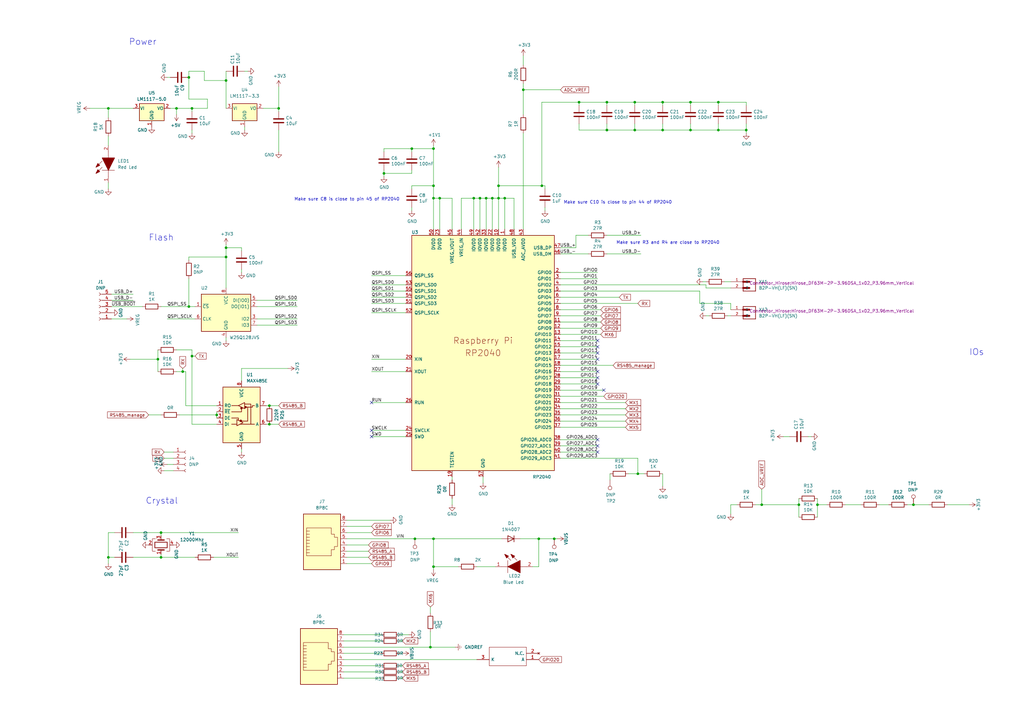
<source format=kicad_sch>
(kicad_sch (version 20231120) (generator "eeschema") (generator_version "8.0")
  (paper "A3")
  (title_block (title "KSS-E") (date "2022-09-20") (rev "REV1") (company "SmartEQ Bilisim"))
  (junction (at 220.98 220.98))
  (junction (at 168.91 60.96))
  (junction (at 88.9 170.18))
  (junction (at 78.74 44.45))
  (junction (at 92.71 33.02))
  (junction (at 157.48 71.12))
  (junction (at 77.47 125.73))
  (junction (at 66.04 218.44))
  (junction (at 177.8 81.28))
  (junction (at 78.74 146.05))
  (junction (at 66.04 228.6))
  (junction (at 177.8 76.2))
  (junction (at 170.18 220.98))
  (junction (at 283.21 41.91))
  (junction (at 64.77 147.32))
  (junction (at 199.39 81.28))
  (junction (at 283.21 53.34))
  (junction (at 237.49 41.91))
  (junction (at 92.71 105.41))
  (junction (at 312.42 207.01))
  (junction (at 194.31 81.28))
  (junction (at 114.3 44.45))
  (junction (at 207.01 81.28))
  (junction (at 327.66 207.01))
  (junction (at 294.64 53.34))
  (junction (at 227.33 220.98))
  (junction (at 180.34 81.28))
  (junction (at 204.47 81.28))
  (junction (at 177.8 60.96))
  (junction (at 306.07 53.34))
  (junction (at 214.63 36.83))
  (junction (at 72.39 44.45))
  (junction (at 271.78 53.34))
  (junction (at 177.8 220.98))
  (junction (at 374.65 207.01))
  (junction (at 196.85 81.28))
  (junction (at 261.62 194.31))
  (junction (at 44.45 44.45))
  (junction (at 44.45 228.6))
  (junction (at 110.49 166.37))
  (junction (at 77.47 31.75))
  (junction (at 177.8 232.41))
  (junction (at 176.53 265.43))
  (junction (at 260.35 53.34))
  (junction (at 222.25 76.2))
  (junction (at 294.64 41.91))
  (junction (at 74.93 152.4))
  (junction (at 110.49 173.99))
  (junction (at 92.71 101.6))
  (junction (at 260.35 41.91))
  (junction (at 204.47 76.2))
  (junction (at 335.28 207.01))
  (junction (at 201.93 81.28))
  (junction (at 248.92 41.91))
  (junction (at 248.92 53.34))
  (junction (at 271.78 41.91))
  (no_connect (at 245.11 139.7))
  (no_connect (at 245.11 152.4))
  (no_connect (at 245.11 144.78))
  (no_connect (at 245.11 142.24))
  (no_connect (at 245.11 147.32))
  (no_connect (at 245.11 157.48))
  (no_connect (at 247.65 160.02))
  (no_connect (at 152.4 179.07))
  (no_connect (at 152.4 176.53))
  (no_connect (at 152.4 165.1))
  (no_connect (at 245.11 182.88))
  (no_connect (at 245.11 180.34))
  (no_connect (at 245.11 185.42))
  (no_connect (at 245.11 154.94))
  (wire (pts (xy 44.45 59.69) (xy 44.45 55.88)))
  (wire (pts (xy 287.02 124.46) (xy 287.02 119.38)))
  (wire (pts (xy 54.61 218.44) (xy 66.04 218.44)))
  (wire (pts (xy 78.74 146.05) (xy 78.74 143.51)))
  (wire (pts (xy 229.87 142.24) (xy 245.11 142.24)))
  (wire (pts (xy 229.87 170.18) (xy 256.54 170.18)))
  (wire (pts (xy 207.01 81.28) (xy 207.01 93.98)))
  (wire (pts (xy 294.64 41.91) (xy 306.07 41.91)))
  (wire (pts (xy 327.66 204.47) (xy 327.66 207.01)))
  (wire (pts (xy 152.4 116.84) (xy 166.37 116.84)))
  (wire (pts (xy 283.21 41.91) (xy 294.64 41.91)))
  (wire (pts (xy 77.47 125.73) (xy 80.01 125.73)))
  (wire (pts (xy 142.24 220.98) (xy 170.18 220.98)))
  (wire (pts (xy 166.37 128.27) (xy 152.4 128.27)))
  (wire (pts (xy 66.04 228.6) (xy 80.01 228.6)))
  (wire (pts (xy 237.49 41.91) (xy 222.25 41.91)))
  (wire (pts (xy 77.47 106.68) (xy 77.47 105.41)))
  (wire (pts (xy 229.87 154.94) (xy 245.11 154.94)))
  (wire (pts (xy 67.31 185.42) (xy 71.12 185.42)))
  (wire (pts (xy 60.96 170.18) (xy 66.04 170.18)))
  (wire (pts (xy 99.06 102.87) (xy 99.06 101.6)))
  (wire (pts (xy 294.64 53.34) (xy 306.07 53.34)))
  (wire (pts (xy 92.71 100.33) (xy 92.71 101.6)))
  (wire (pts (xy 85.09 40.64) (xy 77.47 40.64)))
  (wire (pts (xy 85.09 44.45) (xy 78.74 44.45)))
  (wire (pts (xy 321.31 179.07) (xy 323.85 179.07)))
  (wire (pts (xy 88.9 170.18) (xy 73.66 170.18)))
  (wire (pts (xy 88.9 166.37) (xy 76.2 166.37)))
  (wire (pts (xy 166.37 152.4) (xy 152.4 152.4)))
  (wire (pts (xy 74.93 151.13) (xy 74.93 152.4)))
  (wire (pts (xy 229.87 114.3) (xy 245.11 114.3)))
  (wire (pts (xy 52.07 130.81) (xy 45.72 130.81)))
  (wire (pts (xy 92.71 105.41) (xy 92.71 118.11)))
  (wire (pts (xy 237.49 43.18) (xy 237.49 41.91)))
  (wire (pts (xy 223.52 77.47) (xy 223.52 76.2)))
  (wire (pts (xy 177.8 220.98) (xy 205.74 220.98)))
  (wire (pts (xy 44.45 77.47) (xy 44.45 74.93)))
  (wire (pts (xy 142.24 226.06) (xy 151.13 226.06)))
  (wire (pts (xy 204.47 81.28) (xy 207.01 81.28)))
  (wire (pts (xy 78.74 45.72) (xy 78.74 44.45)))
  (wire (pts (xy 177.8 60.96) (xy 177.8 76.2)))
  (wire (pts (xy 199.39 81.28) (xy 201.93 81.28)))
  (wire (pts (xy 168.91 85.09) (xy 168.91 86.36)))
  (wire (pts (xy 229.87 149.86) (xy 251.46 149.86)))
  (wire (pts (xy 229.87 129.54) (xy 246.38 129.54)))
  (wire (pts (xy 229.87 152.4) (xy 245.11 152.4)))
  (wire (pts (xy 229.87 124.46) (xy 261.62 124.46)))
  (wire (pts (xy 194.31 81.28) (xy 196.85 81.28)))
  (wire (pts (xy 271.78 199.39) (xy 271.78 194.31)))
  (wire (pts (xy 229.87 134.62) (xy 246.38 134.62)))
  (wire (pts (xy 168.91 71.12) (xy 168.91 69.85)))
  (wire (pts (xy 261.62 194.31) (xy 264.16 194.31)))
  (wire (pts (xy 53.34 147.32) (xy 64.77 147.32)))
  (wire (pts (xy 66.04 125.73) (xy 77.47 125.73)))
  (wire (pts (xy 58.42 125.73) (xy 45.72 125.73)))
  (wire (pts (xy 140.97 270.51) (xy 195.58 270.51)))
  (wire (pts (xy 99.06 101.6) (xy 92.71 101.6)))
  (wire (pts (xy 78.74 53.34) (xy 78.74 54.61)))
  (wire (pts (xy 140.97 267.97) (xy 156.21 267.97)))
  (wire (pts (xy 220.98 232.41) (xy 220.98 220.98)))
  (wire (pts (xy 257.81 194.31) (xy 261.62 194.31)))
  (wire (pts (xy 229.87 182.88) (xy 245.11 182.88)))
  (wire (pts (xy 204.47 93.98) (xy 204.47 81.28)))
  (wire (pts (xy 87.63 228.6) (xy 97.79 228.6)))
  (wire (pts (xy 45.72 120.65) (xy 54.61 120.65)))
  (wire (pts (xy 201.93 81.28) (xy 204.47 81.28)))
  (wire (pts (xy 229.87 144.78) (xy 245.11 144.78)))
  (wire (pts (xy 165.1 262.89) (xy 163.83 262.89)))
  (wire (pts (xy 177.8 76.2) (xy 177.8 81.28)))
  (wire (pts (xy 160.02 213.36) (xy 142.24 213.36)))
  (wire (pts (xy 77.47 31.75) (xy 77.47 29.21)))
  (wire (pts (xy 218.44 232.41) (xy 220.98 232.41)))
  (wire (pts (xy 109.22 173.99) (xy 110.49 173.99)))
  (wire (pts (xy 180.34 81.28) (xy 177.8 81.28)))
  (wire (pts (xy 248.92 43.18) (xy 248.92 41.91)))
  (wire (pts (xy 299.72 210.82) (xy 299.72 207.01)))
  (wire (pts (xy 236.22 96.52) (xy 241.3 96.52)))
  (wire (pts (xy 196.85 81.28) (xy 199.39 81.28)))
  (wire (pts (xy 306.07 50.8) (xy 306.07 53.34)))
  (wire (pts (xy 168.91 62.23) (xy 168.91 60.96)))
  (wire (pts (xy 214.63 54.61) (xy 214.63 93.98)))
  (wire (pts (xy 157.48 71.12) (xy 168.91 71.12)))
  (wire (pts (xy 185.42 81.28) (xy 180.34 81.28)))
  (wire (pts (xy 163.83 260.35) (xy 167.64 260.35)))
  (wire (pts (xy 166.37 176.53) (xy 152.4 176.53)))
  (wire (pts (xy 185.42 196.85) (xy 185.42 195.58)))
  (wire (pts (xy 110.49 173.99) (xy 114.3 173.99)))
  (wire (pts (xy 309.88 207.01) (xy 312.42 207.01)))
  (wire (pts (xy 229.87 121.92) (xy 254 121.92)))
  (wire (pts (xy 140.97 278.13) (xy 156.21 278.13)))
  (wire (pts (xy 294.64 50.8) (xy 294.64 53.34)))
  (wire (pts (xy 177.8 81.28) (xy 177.8 93.98)))
  (wire (pts (xy 283.21 53.34) (xy 271.78 53.34)))
  (wire (pts (xy 298.45 129.54) (xy 299.72 129.54)))
  (wire (pts (xy 92.71 138.43) (xy 92.71 139.7)))
  (wire (pts (xy 100.33 52.07) (xy 100.33 53.34)))
  (wire (pts (xy 248.92 53.34) (xy 237.49 53.34)))
  (wire (pts (xy 36.83 44.45) (xy 44.45 44.45)))
  (wire (pts (xy 170.18 220.98) (xy 177.8 220.98)))
  (wire (pts (xy 198.12 195.58) (xy 198.12 198.12)))
  (wire (pts (xy 100.33 29.21) (xy 101.6 29.21)))
  (wire (pts (xy 151.13 223.52) (xy 142.24 223.52)))
  (wire (pts (xy 99.06 151.13) (xy 99.06 156.21)))
  (wire (pts (xy 283.21 50.8) (xy 283.21 53.34)))
  (wire (pts (xy 110.49 166.37) (xy 114.3 166.37)))
  (wire (pts (xy 299.72 124.46) (xy 287.02 124.46)))
  (wire (pts (xy 222.25 76.2) (xy 204.47 76.2)))
  (wire (pts (xy 229.87 165.1) (xy 256.54 165.1)))
  (wire (pts (xy 46.99 218.44) (xy 44.45 218.44)))
  (wire (pts (xy 289.56 129.54) (xy 290.83 129.54)))
  (wire (pts (xy 229.87 172.72) (xy 256.54 172.72)))
  (wire (pts (xy 227.33 220.98) (xy 228.6 220.98)))
  (wire (pts (xy 299.72 207.01) (xy 302.26 207.01)))
  (wire (pts (xy 260.35 50.8) (xy 260.35 53.34)))
  (wire (pts (xy 237.49 50.8) (xy 237.49 53.34)))
  (wire (pts (xy 92.71 101.6) (xy 92.71 105.41)))
  (wire (pts (xy 77.47 40.64) (xy 77.47 31.75)))
  (wire (pts (xy 214.63 36.83) (xy 229.87 36.83)))
  (wire (pts (xy 372.11 207.01) (xy 374.65 207.01)))
  (wire (pts (xy 250.19 196.85) (xy 250.19 194.31)))
  (wire (pts (xy 99.06 184.15) (xy 99.06 185.42)))
  (wire (pts (xy 283.21 43.18) (xy 283.21 41.91)))
  (wire (pts (xy 46.99 228.6) (xy 44.45 228.6)))
  (wire (pts (xy 45.72 123.19) (xy 54.61 123.19)))
  (wire (pts (xy 297.18 115.57) (xy 299.72 115.57)))
  (wire (pts (xy 189.23 93.98) (xy 189.23 81.28)))
  (wire (pts (xy 142.24 228.6) (xy 151.13 228.6)))
  (wire (pts (xy 140.97 260.35) (xy 156.21 260.35)))
  (wire (pts (xy 72.39 46.99) (xy 72.39 44.45)))
  (wire (pts (xy 176.53 265.43) (xy 140.97 265.43)))
  (wire (pts (xy 152.4 121.92) (xy 166.37 121.92)))
  (wire (pts (xy 76.2 166.37) (xy 76.2 152.4)))
  (wire (pts (xy 195.58 232.41) (xy 203.2 232.41)))
  (wire (pts (xy 261.62 194.31) (xy 261.62 187.96)))
  (wire (pts (xy 168.91 77.47) (xy 168.91 76.2)))
  (wire (pts (xy 229.87 137.16) (xy 246.38 137.16)))
  (wire (pts (xy 68.58 190.5) (xy 71.12 190.5)))
  (wire (pts (xy 105.41 130.81) (xy 121.92 130.81)))
  (wire (pts (xy 229.87 116.84) (xy 289.56 116.84)))
  (wire (pts (xy 260.35 53.34) (xy 248.92 53.34)))
  (wire (pts (xy 229.87 147.32) (xy 245.11 147.32)))
  (wire (pts (xy 176.53 248.92) (xy 176.53 251.46)))
  (wire (pts (xy 248.92 104.14) (xy 262.89 104.14)))
  (wire (pts (xy 177.8 233.68) (xy 177.8 232.41)))
  (wire (pts (xy 78.74 173.99) (xy 78.74 146.05)))
  (wire (pts (xy 152.4 218.44) (xy 142.24 218.44)))
  (wire (pts (xy 105.41 125.73) (xy 121.92 125.73)))
  (wire (pts (xy 165.1 275.59) (xy 163.83 275.59)))
  (wire (pts (xy 69.85 44.45) (xy 72.39 44.45)))
  (wire (pts (xy 77.47 29.21) (xy 83.82 29.21)))
  (wire (pts (xy 92.71 29.21) (xy 92.71 33.02)))
  (wire (pts (xy 214.63 22.86) (xy 214.63 26.67)))
  (wire (pts (xy 77.47 114.3) (xy 77.47 125.73)))
  (wire (pts (xy 229.87 175.26) (xy 256.54 175.26)))
  (wire (pts (xy 166.37 179.07) (xy 152.4 179.07)))
  (wire (pts (xy 85.09 44.45) (xy 85.09 40.64)))
  (wire (pts (xy 306.07 43.18) (xy 306.07 41.91)))
  (wire (pts (xy 236.22 96.52) (xy 236.22 101.6)))
  (wire (pts (xy 353.06 207.01) (xy 346.71 207.01)))
  (wire (pts (xy 312.42 207.01) (xy 327.66 207.01)))
  (wire (pts (xy 229.87 111.76) (xy 245.11 111.76)))
  (wire (pts (xy 288.29 115.57) (xy 289.56 115.57)))
  (wire (pts (xy 105.41 133.35) (xy 121.92 133.35)))
  (wire (pts (xy 64.77 143.51) (xy 64.77 147.32)))
  (wire (pts (xy 114.3 45.72) (xy 114.3 44.45)))
  (wire (pts (xy 229.87 185.42) (xy 245.11 185.42)))
  (wire (pts (xy 214.63 34.29) (xy 214.63 36.83)))
  (wire (pts (xy 140.97 275.59) (xy 156.21 275.59)))
  (wire (pts (xy 109.22 166.37) (xy 110.49 166.37)))
  (wire (pts (xy 64.77 147.32) (xy 64.77 152.4)))
  (wire (pts (xy 260.35 41.91) (xy 271.78 41.91)))
  (wire (pts (xy 105.41 123.19) (xy 121.92 123.19)))
  (wire (pts (xy 140.97 262.89) (xy 156.21 262.89)))
  (wire (pts (xy 67.31 193.04) (xy 71.12 193.04)))
  (wire (pts (xy 271.78 53.34) (xy 260.35 53.34)))
  (wire (pts (xy 165.1 273.05) (xy 163.83 273.05)))
  (wire (pts (xy 294.64 53.34) (xy 283.21 53.34)))
  (wire (pts (xy 388.62 207.01) (xy 397.51 207.01)))
  (wire (pts (xy 44.45 218.44) (xy 44.45 228.6)))
  (wire (pts (xy 312.42 207.01) (xy 312.42 200.66)))
  (wire (pts (xy 248.92 41.91) (xy 260.35 41.91)))
  (wire (pts (xy 222.25 41.91) (xy 222.25 76.2)))
  (wire (pts (xy 271.78 41.91) (xy 283.21 41.91)))
  (wire (pts (xy 360.68 207.01) (xy 364.49 207.01)))
  (wire (pts (xy 54.61 228.6) (xy 66.04 228.6)))
  (wire (pts (xy 78.74 143.51) (xy 72.39 143.51)))
  (wire (pts (xy 140.97 273.05) (xy 156.21 273.05)))
  (wire (pts (xy 66.04 227.33) (xy 66.04 228.6)))
  (wire (pts (xy 271.78 43.18) (xy 271.78 41.91)))
  (wire (pts (xy 248.92 50.8) (xy 248.92 53.34)))
  (wire (pts (xy 92.71 33.02) (xy 92.71 44.45)))
  (wire (pts (xy 229.87 132.08) (xy 246.38 132.08)))
  (wire (pts (xy 77.47 105.41) (xy 92.71 105.41)))
  (wire (pts (xy 180.34 93.98) (xy 180.34 81.28)))
  (wire (pts (xy 157.48 69.85) (xy 157.48 71.12)))
  (wire (pts (xy 66.04 219.71) (xy 66.04 218.44)))
  (wire (pts (xy 204.47 76.2) (xy 204.47 68.58)))
  (wire (pts (xy 213.36 220.98) (xy 220.98 220.98)))
  (wire (pts (xy 66.04 218.44) (xy 97.79 218.44)))
  (wire (pts (xy 220.98 220.98) (xy 227.33 220.98)))
  (wire (pts (xy 177.8 220.98) (xy 177.8 232.41)))
  (wire (pts (xy 176.53 259.08) (xy 176.53 265.43)))
  (wire (pts (xy 201.93 93.98) (xy 201.93 81.28)))
  (wire (pts (xy 331.47 179.07) (xy 332.74 179.07)))
  (wire (pts (xy 196.85 93.98) (xy 196.85 81.28)))
  (wire (pts (xy 194.31 93.98) (xy 194.31 81.28)))
  (wire (pts (xy 83.82 33.02) (xy 92.71 33.02)))
  (wire (pts (xy 229.87 187.96) (xy 261.62 187.96)))
  (wire (pts (xy 177.8 59.69) (xy 177.8 60.96)))
  (wire (pts (xy 152.4 215.9) (xy 142.24 215.9)))
  (wire (pts (xy 114.3 44.45) (xy 114.3 35.56)))
  (wire (pts (xy 69.85 31.75) (xy 68.58 31.75)))
  (wire (pts (xy 204.47 76.2) (xy 204.47 81.28)))
  (wire (pts (xy 335.28 204.47) (xy 335.28 207.01)))
  (wire (pts (xy 166.37 113.03) (xy 152.4 113.03)))
  (wire (pts (xy 68.58 130.81) (xy 80.01 130.81)))
  (wire (pts (xy 157.48 60.96) (xy 168.91 60.96)))
  (wire (pts (xy 88.9 168.91) (xy 88.9 170.18)))
  (wire (pts (xy 186.69 265.43) (xy 176.53 265.43)))
  (wire (pts (xy 44.45 48.26) (xy 44.45 44.45)))
  (wire (pts (xy 72.39 44.45) (xy 78.74 44.45)))
  (wire (pts (xy 157.48 71.12) (xy 157.48 72.39)))
  (wire (pts (xy 229.87 160.02) (xy 247.65 160.02)))
  (wire (pts (xy 67.31 187.96) (xy 71.12 187.96)))
  (wire (pts (xy 248.92 96.52) (xy 262.89 96.52)))
  (wire (pts (xy 237.49 41.91) (xy 248.92 41.91)))
  (wire (pts (xy 107.95 44.45) (xy 114.3 44.45)))
  (wire (pts (xy 229.87 157.48) (xy 245.11 157.48)))
  (wire (pts (xy 118.11 151.13) (xy 99.06 151.13)))
  (wire (pts (xy 374.65 207.01) (xy 381 207.01)))
  (wire (pts (xy 289.56 118.11) (xy 299.72 118.11)))
  (wire (pts (xy 260.35 43.18) (xy 260.35 41.91)))
  (wire (pts (xy 289.56 116.84) (xy 289.56 118.11)))
  (wire (pts (xy 168.91 60.96) (xy 177.8 60.96)))
  (wire (pts (xy 152.4 119.38) (xy 166.37 119.38)))
  (wire (pts (xy 168.91 76.2) (xy 177.8 76.2)))
  (wire (pts (xy 229.87 119.38) (xy 287.02 119.38)))
  (wire (pts (xy 335.28 207.01) (xy 335.28 212.09)))
  (wire (pts (xy 299.72 124.46) (xy 299.72 127)))
  (wire (pts (xy 78.74 173.99) (xy 88.9 173.99)))
  (wire (pts (xy 327.66 207.01) (xy 327.66 212.09)))
  (wire (pts (xy 165.1 278.13) (xy 163.83 278.13)))
  (wire (pts (xy 152.4 147.32) (xy 166.37 147.32)))
  (wire (pts (xy 199.39 93.98) (xy 199.39 81.28)))
  (wire (pts (xy 44.45 44.45) (xy 54.61 44.45)))
  (wire (pts (xy 163.83 267.97) (xy 165.1 267.97)))
  (wire (pts (xy 152.4 124.46) (xy 166.37 124.46)))
  (wire (pts (xy 114.3 53.34) (xy 114.3 62.23)))
  (wire (pts (xy 152.4 231.14) (xy 142.24 231.14)))
  (wire (pts (xy 214.63 36.83) (xy 214.63 46.99)))
  (wire (pts (xy 74.93 152.4) (xy 72.39 152.4)))
  (wire (pts (xy 83.82 29.21) (xy 83.82 33.02)))
  (wire (pts (xy 166.37 165.1) (xy 152.4 165.1)))
  (wire (pts (xy 78.74 146.05) (xy 80.01 146.05)))
  (wire (pts (xy 229.87 180.34) (xy 245.11 180.34)))
  (wire (pts (xy 271.78 50.8) (xy 271.78 53.34)))
  (wire (pts (xy 185.42 93.98) (xy 185.42 81.28)))
  (wire (pts (xy 306.07 53.34) (xy 306.07 54.61)))
  (wire (pts (xy 185.42 207.01) (xy 185.42 204.47)))
  (wire (pts (xy 210.82 93.98) (xy 210.82 81.28)))
  (wire (pts (xy 223.52 76.2) (xy 222.25 76.2)))
  (wire (pts (xy 189.23 81.28) (xy 194.31 81.28)))
  (wire (pts (xy 229.87 139.7) (xy 245.11 139.7)))
  (wire (pts (xy 177.8 232.41) (xy 187.96 232.41)))
  (wire (pts (xy 335.28 207.01) (xy 339.09 207.01)))
  (wire (pts (xy 88.9 170.18) (xy 88.9 171.45)))
  (wire (pts (xy 229.87 167.64) (xy 256.54 167.64)))
  (wire (pts (xy 44.45 228.6) (xy 44.45 231.14)))
  (wire (pts (xy 229.87 162.56) (xy 247.65 162.56)))
  (wire (pts (xy 207.01 81.28) (xy 210.82 81.28)))
  (wire (pts (xy 229.87 127) (xy 246.38 127)))
  (wire (pts (xy 157.48 62.23) (xy 157.48 60.96)))
  (wire (pts (xy 229.87 101.6) (xy 236.22 101.6)))
  (wire (pts (xy 99.06 110.49) (xy 99.06 111.76)))
  (wire (pts (xy 76.2 152.4) (xy 74.93 152.4)))
  (wire (pts (xy 223.52 85.09) (xy 223.52 86.36)))
  (wire (pts (xy 294.64 43.18) (xy 294.64 41.91)))
  (wire (pts (xy 229.87 104.14) (xy 241.3 104.14)))
  (text "Make sure C8 is close to pin 45 of RP2040" (at 120.65 82.55 0) (effects (font (size 1.27 1.27)) (justify left bottom)))
  (text "Power" (at 52.832 18.796 0) (effects (font (size 2.54 2.54)) (justify left bottom)))
  (text "Flash" (at 60.96 99.06 0) (effects (font (size 2.54 2.54)) (justify left bottom)))
  (text "Make sure R3 and R4 are close to RP2040" (at 252.73 100.33 0) (effects (font (size 1.27 1.27)) (justify left bottom)))
  (text "Make sure C10 is close to pin 44 of RP2040" (at 231.14 83.82 0) (effects (font (size 1.27 1.27)) (justify left bottom)))
  (text "Crystal" (at 59.69 207.01 0) (effects (font (size 2.54 2.54)) (justify left bottom)))
  (text "IOs" (at 397.51 146.05 0) (effects (font (size 2.54 2.54)) (justify left bottom)))
  (label "GPIO21" (at 245.11 165.1 180))
  (label "GPIO20" (at 245.11 162.56 180))
  (label "GPIO17" (at 245.11 154.94 180))
  (label "QSPI_SCLK" (at 68.58 130.81 0))
  (label "QSPI_SD2" (at 152.4 121.92 0))
  (label "GPIO13" (at 245.11 144.78 180))
  (label "QSPI_SD3" (at 121.92 133.35 180))
  (label "USB_+" (at 236.22 101.6 180))
  (label "QSPI_SD1" (at 121.92 125.73 180))
  (label "USB_D-" (at 54.61 123.19 180))
  (label "GPIO22" (at 245.11 167.64 180))
  (label "XOUT" (at 97.79 228.6 180))
  (label "GPIO10" (at 245.11 137.16 180))
  (label "USB_-" (at 236.22 104.14 180))
  (label "RUN" (at 152.4 165.1 0))
  (label "GPIO16" (at 245.11 152.4 180))
  (label "QSPI_SS" (at 152.4 113.03 0))
  (label "QSPI_SD0" (at 152.4 116.84 0))
  (label "GPIO24" (at 245.11 172.72 180))
  (label "GPIO29_ADC3" (at 245.11 187.96 180))
  (label "USB_D-" (at 262.89 104.14 180))
  (label "QSPI_SD0" (at 121.92 123.19 180))
  (label "GPIO25" (at 245.11 175.26 180))
  (label "GPIO2" (at 245.11 116.84 180))
  (label "GPIO4" (at 245.11 121.92 180))
  (label "VIN" (at 162.56 220.98 0))
  (label "SWD" (at 152.4 179.07 0))
  (label "GPIO12" (at 245.11 142.24 180))
  (label "GPIO14" (at 245.11 147.32 180))
  (label "QSPI_SD2" (at 121.92 130.81 180))
  (label "GPIO15" (at 245.11 149.86 180))
  (label "GPIO28_ADC2" (at 245.11 185.42 180))
  (label "XIN" (at 97.79 218.44 180))
  (label "QSPI_SD3" (at 152.4 124.46 0))
  (label "GPIO9" (at 245.11 134.62 180))
  (label "USB_D+" (at 54.61 120.65 180))
  (label "GPIO27_ADC1" (at 245.11 182.88 180))
  (label "GPIO7" (at 245.11 129.54 180))
  (label "XIN" (at 152.4 147.32 0))
  (label "QSPI_SCLK" (at 152.4 128.27 0))
  (label "GPIO23" (at 245.11 170.18 180))
  (label "GPIO6" (at 245.11 127 180))
  (label "GPIO19" (at 245.11 160.02 180))
  (label "SWCLK" (at 152.4 176.53 0))
  (label "~{USB_BOOT}" (at 45.72 125.73 0))
  (label "GPIO18" (at 245.11 157.48 180))
  (label "XOUT" (at 152.4 152.4 0))
  (label "QSPI_SD1" (at 152.4 119.38 0))
  (label "USB_D+" (at 262.89 96.52 180))
  (label "GPIO1" (at 245.11 114.3 180))
  (label "GPIO5" (at 245.11 124.46 180))
  (label "GPIO3" (at 245.11 119.38 180))
  (label "GPIO26_ADC0" (at 245.11 180.34 180))
  (label "QSPI_SS" (at 68.58 125.73 0))
  (label "GPIO8" (at 245.11 132.08 180))
  (label "GPIO11" (at 245.11 139.7 180))
  (label "GPIO0" (at 245.11 111.76 180))
  (global_label "RS485_A" (shape input) (at 114.3 173.99 0) (property "Intersheetrefs" "${INTERSHEET_REFS}" (effects (hide yes))))
  (global_label "GPIO7" (shape input) (at 246.38 129.54 0) (property "Intersheetrefs" "${INTERSHEET_REFS}" (effects (hide yes))))
  (global_label "RS485_manage" (shape input) (at 251.46 149.86 0) (property "Intersheetrefs" "${INTERSHEET_REFS}" (effects (hide yes))))
  (global_label "MX1" (shape input) (at 256.54 165.1 0) (property "Intersheetrefs" "${INTERSHEET_REFS}" (effects (hide yes))))
  (global_label "GPIO6" (shape input) (at 246.38 127 0) (property "Intersheetrefs" "${INTERSHEET_REFS}" (effects (hide yes))))
  (global_label "RX" (shape input) (at 67.31 185.42 180) (property "Intersheetrefs" "${INTERSHEET_REFS}" (effects (hide yes))))
  (global_label "TX" (shape input) (at 254 121.92 0) (property "Intersheetrefs" "${INTERSHEET_REFS}" (effects (hide yes))))
  (global_label "GPIO9" (shape input) (at 152.4 231.14 0) (property "Intersheetrefs" "${INTERSHEET_REFS}" (effects (hide yes))))
  (global_label "RS485_manage" (shape input) (at 60.96 170.18 180) (property "Intersheetrefs" "${INTERSHEET_REFS}" (effects (hide yes))))
  (global_label "MX3" (shape input) (at 256.54 170.18 0) (property "Intersheetrefs" "${INTERSHEET_REFS}" (effects (hide yes))))
  (global_label "RX" (shape input) (at 74.93 151.13 90) (property "Intersheetrefs" "${INTERSHEET_REFS}" (effects (hide yes))))
  (global_label "MX4" (shape input) (at 256.54 172.72 0) (property "Intersheetrefs" "${INTERSHEET_REFS}" (effects (hide yes))))
  (global_label "GPIO8" (shape input) (at 151.13 223.52 0) (property "Intersheetrefs" "${INTERSHEET_REFS}" (effects (hide yes))))
  (global_label "MX6" (shape input) (at 246.38 137.16 0) (property "Intersheetrefs" "${INTERSHEET_REFS}" (effects (hide yes))))
  (global_label "GPIO8" (shape input) (at 246.38 132.08 0) (property "Intersheetrefs" "${INTERSHEET_REFS}" (effects (hide yes))))
  (global_label "RS485_B" (shape input) (at 151.13 228.6 0) (property "Intersheetrefs" "${INTERSHEET_REFS}" (effects (hide yes))))
  (global_label "TX" (shape input) (at 80.01 146.05 0) (property "Intersheetrefs" "${INTERSHEET_REFS}" (effects (hide yes))))
  (global_label "GPIO7" (shape input) (at 152.4 215.9 0) (property "Intersheetrefs" "${INTERSHEET_REFS}" (effects (hide yes))))
  (global_label "RS485_B" (shape input) (at 114.3 166.37 0) (property "Intersheetrefs" "${INTERSHEET_REFS}" (effects (hide yes))))
  (global_label "GPIO6" (shape input) (at 152.4 218.44 0) (property "Intersheetrefs" "${INTERSHEET_REFS}" (effects (hide yes))))
  (global_label "ADC_VREF" (shape input) (at 312.42 200.66 90) (property "Intersheetrefs" "${INTERSHEET_REFS}" (effects (hide yes))))
  (global_label "RS485_B" (shape input) (at 165.1 275.59 0) (property "Intersheetrefs" "${INTERSHEET_REFS}" (effects (hide yes))))
  (global_label "GPIO20" (shape input) (at 220.98 270.51 0) (property "Intersheetrefs" "${INTERSHEET_REFS}" (effects (hide yes))))
  (global_label "MX2" (shape input) (at 256.54 167.64 0) (property "Intersheetrefs" "${INTERSHEET_REFS}" (effects (hide yes))))
  (global_label "GPIO9" (shape input) (at 246.38 134.62 0) (property "Intersheetrefs" "${INTERSHEET_REFS}" (effects (hide yes))))
  (global_label "GPIO20" (shape input) (at 247.65 162.56 0) (property "Intersheetrefs" "${INTERSHEET_REFS}" (effects (hide yes))))
  (global_label "MX2" (shape input) (at 165.1 262.89 0) (property "Intersheetrefs" "${INTERSHEET_REFS}" (effects (hide yes))))
  (global_label "RS485_A" (shape input) (at 165.1 273.05 0) (property "Intersheetrefs" "${INTERSHEET_REFS}" (effects (hide yes))))
  (global_label "RX" (shape input) (at 261.62 124.46 0) (property "Intersheetrefs" "${INTERSHEET_REFS}" (effects (hide yes))))
  (global_label "MX5" (shape input) (at 256.54 175.26 0) (property "Intersheetrefs" "${INTERSHEET_REFS}" (effects (hide yes))))
  (global_label "TX" (shape input) (at 67.31 187.96 180) (property "Intersheetrefs" "${INTERSHEET_REFS}" (effects (hide yes))))
  (global_label "MX6" (shape input) (at 176.53 248.92 90) (property "Intersheetrefs" "${INTERSHEET_REFS}" (effects (hide yes))))
  (global_label "MX5" (shape input) (at 165.1 278.13 0) (property "Intersheetrefs" "${INTERSHEET_REFS}" (effects (hide yes))))
  (global_label "RS485_A" (shape input) (at 151.13 226.06 0) (property "Intersheetrefs" "${INTERSHEET_REFS}" (effects (hide yes))))
  (global_label "ADC_VREF" (shape input) (at 229.87 36.83 0) (property "Intersheetrefs" "${INTERSHEET_REFS}" (effects (hide yes))))
  (symbol (lib_id "MCU_RaspberryPi_RP2040:RP2040") (at 198.12 144.78 0) (unit 1)
    (property "Reference" "U3" (at 170.18 95.25 0))
    (property "Value" "RP2040" (at 222.25 195.58 0))
    (property "Footprint" "RP2040_minimal:RP2040-QFN-56" (effects (hide yes)))
  )
  (symbol (lib_id "Device:C") (at 50.8 218.44 270) (unit 1)
    (property "Reference" "C2" (at 51.9684 221.361 0) (effects (justify left)))
    (property "Value" "27pF" (at 49.657 221.361 0) (effects (justify left)))
    (property "Footprint" "Capacitor_SMD:C_0402_1005Metric" (effects (hide yes)))
  )
  (symbol (lib_id "Device:C") (at 50.8 228.6 270) (unit 1)
    (property "Reference" "C3" (at 51.9684 231.521 0) (effects (justify left)))
    (property "Value" "27pF" (at 49.657 231.521 0) (effects (justify left)))
    (property "Footprint" "Capacitor_SMD:C_0402_1005Metric" (effects (hide yes)))
  )
  (symbol (lib_id "power:GND") (at 44.45 231.14 0) (unit 1)
    (property "Reference" "#PWR06" (effects (hide yes)))
    (property "Value" "GND" (at 44.577 235.5342 0))
  )
  (symbol (lib_id "Memory_Flash:W25Q128JVS") (at 92.71 128.27 0) (unit 1)
    (property "Reference" "U2" (at 83.82 118.11 0))
    (property "Value" "W25Q128JVS" (at 100.33 138.43 0))
    (property "Footprint" "Package_SO:SOIC-8_5.23x5.23mm_P1.27mm" (effects (hide yes)))
    (property "Datasheet" "http://www.winbond.com/resource-files/w25q128jv_dtr%20revc%2003272018%20plus.pdf" (effects (hide yes)))
  )
  (symbol (lib_id "power:+3V3") (at 92.71 100.33 0) (unit 1)
    (property "Reference" "#PWR07" (effects (hide yes)))
    (property "Value" "+3V3" (at 93.091 95.9358 0))
  )
  (symbol (lib_id "power:GND") (at 92.71 139.7 0) (unit 1)
    (property "Reference" "#PWR08" (effects (hide yes)))
    (property "Value" "GND" (at 88.9 140.97 0))
  )
  (symbol (lib_id "Device:R") (at 77.47 110.49 0) (unit 1)
    (property "Reference" "R2" (at 79.248 109.3216 0) (effects (justify left)))
    (property "Value" "DNP" (at 79.248 111.633 0) (effects (justify left)))
    (property "Footprint" "Capacitor_SMD:C_0402_1005Metric" (effects (hide yes)))
  )
  (symbol (lib_id "Device:R") (at 62.23 125.73 270) (unit 1)
    (property "Reference" "R1" (at 62.23 120.4722 90))
    (property "Value" "1K" (at 62.23 122.7836 90))
    (property "Footprint" "Capacitor_SMD:C_0402_1005Metric" (effects (hide yes)))
  )
  (symbol (lib_id "Device:C") (at 99.06 106.68 0) (unit 1)
    (property "Reference" "C5" (at 101.981 105.5116 0) (effects (justify left)))
    (property "Value" "100nF" (at 101.981 107.823 0) (effects (justify left)))
    (property "Footprint" "Capacitor_SMD:C_0402_1005Metric" (effects (hide yes)))
  )
  (symbol (lib_id "power:GND") (at 99.06 111.76 0) (unit 1)
    (property "Reference" "#PWR011" (effects (hide yes)))
    (property "Value" "GND" (at 102.87 113.03 0))
  )
  (symbol (lib_id "power:GND") (at 198.12 198.12 0) (unit 1)
    (property "Reference" "#PWR016" (effects (hide yes)))
    (property "Value" "GND" (at 198.247 202.5142 0))
  )
  (symbol (lib_id "Device:R") (at 245.11 96.52 270) (unit 1)
    (property "Reference" "R3" (at 245.11 91.2622 90))
    (property "Value" "27R" (at 245.11 93.5736 90))
    (property "Footprint" "Capacitor_SMD:C_0402_1005Metric" (effects (hide yes)))
  )
  (symbol (lib_id "Device:R") (at 245.11 104.14 270) (unit 1)
    (property "Reference" "R4" (at 245.11 98.8822 90))
    (property "Value" "27R" (at 245.11 101.1936 90))
    (property "Footprint" "Capacitor_SMD:C_0402_1005Metric" (effects (hide yes)))
  )
  (symbol (lib_id "power:+3V3") (at 214.63 22.86 0) (unit 1)
    (property "Reference" "#PWR017" (effects (hide yes)))
    (property "Value" "+3V3" (at 215.011 18.4658 0))
  )
  (symbol (lib_id "power:+1V1") (at 177.8 59.69 0) (unit 1)
    (property "Reference" "#PWR014" (effects (hide yes)))
    (property "Value" "+1V1" (at 178.181 55.2958 0))
  )
  (symbol (lib_id "Device:C") (at 157.48 66.04 0) (unit 1)
    (property "Reference" "C6" (at 160.401 64.8716 0) (effects (justify left)))
    (property "Value" "100nF" (at 160.401 67.183 0) (effects (justify left)))
    (property "Footprint" "Capacitor_SMD:C_0402_1005Metric" (effects (hide yes)))
  )
  (symbol (lib_id "Device:C") (at 168.91 66.04 0) (unit 1)
    (property "Reference" "C7" (at 171.831 64.8716 0) (effects (justify left)))
    (property "Value" "100nF" (at 171.831 67.183 0) (effects (justify left)))
    (property "Footprint" "Capacitor_SMD:C_0402_1005Metric" (effects (hide yes)))
  )
  (symbol (lib_id "Device:C") (at 168.91 81.28 0) (unit 1)
    (property "Reference" "C8" (at 171.831 80.1116 0) (effects (justify left)))
    (property "Value" "1uF" (at 171.831 82.423 0) (effects (justify left)))
    (property "Footprint" "Capacitor_SMD:C_0402_1005Metric" (effects (hide yes)))
  )
  (symbol (lib_id "Device:C") (at 223.52 81.28 0) (unit 1)
    (property "Reference" "C10" (at 226.441 80.1116 0) (effects (justify left)))
    (property "Value" "1uF" (at 226.441 82.423 0) (effects (justify left)))
    (property "Footprint" "Capacitor_SMD:C_0402_1005Metric" (effects (hide yes)))
  )
  (symbol (lib_id "power:GND") (at 157.48 72.39 0) (unit 1)
    (property "Reference" "#PWR012" (effects (hide yes)))
    (property "Value" "GND" (at 157.607 76.7842 0))
  )
  (symbol (lib_id "power:GND") (at 168.91 86.36 0) (unit 1)
    (property "Reference" "#PWR013" (effects (hide yes)))
    (property "Value" "GND" (at 169.037 90.7542 0))
  )
  (symbol (lib_id "power:GND") (at 223.52 86.36 0) (unit 1)
    (property "Reference" "#PWR018" (effects (hide yes)))
    (property "Value" "GND" (at 223.647 90.7542 0))
  )
  (symbol (lib_id "power:GND") (at 100.33 53.34 0) (unit 1)
    (property "Reference" "#PWR05" (effects (hide yes)))
    (property "Value" "GND" (at 96.52 54.61 0))
  )
  (symbol (lib_id "power:+3V3") (at 114.3 35.56 0) (unit 1)
    (property "Reference" "#PWR09" (effects (hide yes)))
    (property "Value" "+3V3" (at 114.681 31.1658 0))
  )
  (symbol (lib_id "Device:C") (at 78.74 49.53 0) (unit 1)
    (property "Reference" "C1" (at 81.661 48.3616 0) (effects (justify left)))
    (property "Value" "10uF" (at 81.661 50.673 0) (effects (justify left)))
    (property "Footprint" "Capacitor_SMD:C_0805_2012Metric" (effects (hide yes)))
  )
  (symbol (lib_id "Device:C") (at 114.3 49.53 0) (unit 1)
    (property "Reference" "C4" (at 117.221 48.3616 0) (effects (justify left)))
    (property "Value" "10uF" (at 117.221 50.673 0) (effects (justify left)))
    (property "Footprint" "Capacitor_SMD:C_0805_2012Metric" (effects (hide yes)))
  )
  (symbol (lib_id "power:GND") (at 78.74 54.61 0) (unit 1)
    (property "Reference" "#PWR04" (effects (hide yes)))
    (property "Value" "GND" (at 74.93 55.88 0))
  )
  (symbol (lib_id "power:GND") (at 114.3 62.23 0) (unit 1)
    (property "Reference" "#PWR010" (effects (hide yes)))
    (property "Value" "GND" (at 110.49 63.5 0))
  )
  (symbol (lib_id "Device:R") (at 83.82 228.6 270) (unit 1)
    (property "Reference" "R5" (at 83.82 223.3422 90))
    (property "Value" "1K" (at 83.82 225.6536 90))
    (property "Footprint" "Capacitor_SMD:C_0402_1005Metric" (effects (hide yes)))
  )
  (symbol (lib_id "power:+3V3") (at 321.31 179.07 90) (unit 1)
    (property "Reference" "#PWR024" (effects (hide yes)))
    (property "Value" "+3V3" (at 316.9158 178.689 0))
  )
  (symbol (lib_id "Device:C") (at 327.66 179.07 90) (unit 1)
    (property "Reference" "C17" (at 326.4916 176.149 0) (effects (justify left)))
    (property "Value" "10uF" (at 328.803 176.149 0) (effects (justify left)))
    (property "Footprint" "Capacitor_SMD:C_0805_2012Metric" (effects (hide yes)))
  )
  (symbol (lib_id "Device:C") (at 96.52 29.21 90) (unit 1)
    (property "Reference" "C11" (at 95.3516 26.289 0) (effects (justify left)))
    (property "Value" "10uF" (at 97.663 26.289 0) (effects (justify left)))
    (property "Footprint" "Capacitor_SMD:C_0805_2012Metric" (effects (hide yes)))
  )
  (symbol (lib_id "Device:R") (at 342.9 207.01 270) (unit 1)
    (property "Reference" "R10" (at 342.9 201.7522 90))
    (property "Value" "100R" (at 342.9 204.0636 90))
    (property "Footprint" "Capacitor_SMD:C_0402_1005Metric" (effects (hide yes)))
  )
  (symbol (lib_id "power:+3V3") (at 72.39 46.99 180) (unit 1)
    (property "Reference" "#PWR015" (effects (hide yes)))
    (property "Value" "+5V" (at 72.009 51.3842 0))
  )
  (symbol (lib_id "BAT854W:BAT854W") (at 220.98 270.51 180) (unit 1)
    (property "Reference" "D3" (effects (hide yes)))
    (property "Value" "BAT854W" (effects (hide yes)))
    (property "Footprint" "Footprint Library:SOT65P210X110-3N" (effects (hide yes)))
    (property "Datasheet" "http://www.farnell.com/datasheets/689656.pdf?_ga=1.63678895.1483082288.1484588390" (effects (hide yes)))
    (property "Description" "Diode,Schottky,40V,0.2A,SOT323 NXP BAT854W, SMT Diode, 3-Pin SOT-323" (effects (hide yes)))
    (property "Height" "1.1" (effects (hide yes)))
    (property "Manufacturer_Name" "Nexperia" (effects (hide yes)))
    (property "Manufacturer_Part_Number" "BAT854W" (effects (hide yes)))
    (property "Mouser Part Number" "N/A" (effects (hide yes)))
    (property "Mouser Price/Stock" "https://www.mouser.co.uk/ProductDetail/Nexperia/BAT854W?qs=vHuUswq2%252BszUbchJofqfgg%3D%3D" (effects (hide yes)))
  )
  (symbol (lib_id "Device:R") (at 69.85 170.18 270) (unit 1)
    (property "Reference" "R28" (effects (hide yes)))
    (property "Value" "0R" (at 69.85 167.2336 90))
    (property "Footprint" "Capacitor_SMD:C_0402_1005Metric" (effects (hide yes)))
  )
  (symbol (lib_id "power:VBUS") (at 228.6 220.98 270) (unit 1)
    (property "Reference" "#PWR028" (effects (hide yes)))
    (property "Value" "VBUS" (at 232.156 220.98 0))
  )
  (symbol (lib_id "Device:D") (at 209.55 220.98 180) (unit 1)
    (property "Reference" "D1" (at 209.55 214.63 0))
    (property "Value" "1N4007" (at 209.55 217.17 0))
    (property "Footprint" "Diode_SMD:D_SOD-123F" (effects (hide yes)))
    (property "Description" "Diode" (effects (hide yes)))
    (property "Sim.Pins" "1=K 2=A" (effects (hide yes)))
    (property "MPN" "1N4007 (SOD-123FL)" (effects (hide yes)))
  )
  (symbol (lib_id "Device:R") (at 254 194.31 270) (unit 1)
    (property "Reference" "R19" (at 254 189.0522 90))
    (property "Value" "10K" (at 254 191.3636 90))
    (property "Footprint" "Capacitor_SMD:C_0402_1005Metric" (effects (hide yes)))
  )
  (symbol (lib_id "Device:R") (at 160.02 275.59 90) (unit 1)
    (property "Reference" "R30" (at 155.702 275.59 90))
    (property "Value" "0R" (at 164.084 275.59 90))
    (property "Footprint" "Capacitor_SMD:C_0402_1005Metric" (effects (hide yes)))
  )
  (symbol (lib_id "power:+3V3") (at 68.58 190.5 90) (unit 1)
    (property "Reference" "#PWR0115" (effects (hide yes)))
    (property "Value" "+3V3" (at 64.1858 190.119 0))
  )
  (symbol (lib_id "Device:R") (at 331.47 204.47 270) (unit 1)
    (property "Reference" "R13" (at 331.47 199.2122 90))
    (property "Value" "10K" (at 331.47 201.5236 90))
    (property "Footprint" "Capacitor_SMD:C_0402_1005Metric" (effects (hide yes)))
  )
  (symbol (lib_id "power:GND") (at 185.42 207.01 0) (unit 1)
    (property "Reference" "#PWR0112" (effects (hide yes)))
    (property "Value" "GND" (at 185.42 210.82 0))
  )
  (symbol (lib_id "Connector:8P8C") (at 132.08 223.52 0) (unit 1)
    (property "Reference" "J7" (at 132.08 205.74 0))
    (property "Value" "8P8C" (at 132.08 208.28 0))
    (property "Footprint" "Connector_RJ:RJ45_Amphenol_54602-x08_Horizontal" (effects (hide yes)))
  )
  (symbol (lib_id "Interface_UART:MAX485E") (at 99.06 168.91 0) (unit 1)
    (property "Reference" "U1" (at 101.0794 153.67 0) (effects (justify left)))
    (property "Value" "MAX485E" (at 101.0794 156.21 0) (effects (justify left)))
    (property "Footprint" "MAX485ESA:SOIC127P600X175-8N" (effects (hide yes)))
    (property "Datasheet" "https://datasheets.maximintegrated.com/en/ds/MAX1487E-MAX491E.pdf" (effects (hide yes)))
  )
  (symbol (lib_id "power:GND") (at 44.45 77.47 0) (unit 1)
    (property "Reference" "#PWR0104" (effects (hide yes)))
    (property "Value" "GND" (at 40.64 78.74 0))
  )
  (symbol (lib_id "Device:C") (at 271.78 46.99 0) (unit 1)
    (property "Reference" "C21" (at 274.701 45.8216 0) (effects (justify left)))
    (property "Value" "100nF" (at 274.701 48.133 0) (effects (justify left)))
    (property "Footprint" "Capacitor_SMD:C_0402_1005Metric" (effects (hide yes)))
  )
  (symbol (lib_id "Device:R") (at 160.02 278.13 90) (unit 1)
    (property "Reference" "R32" (at 155.702 278.384 90))
    (property "Value" "0R" (at 164.084 278.13 90))
    (property "Footprint" "Capacitor_SMD:C_0402_1005Metric" (effects (hide yes)))
  )
  (symbol (lib_id "Device:R") (at 331.47 212.09 270) (unit 1)
    (property "Reference" "R14" (at 331.47 206.8322 90))
    (property "Value" "10K" (at 331.47 209.1436 90))
    (property "Footprint" "Capacitor_SMD:C_0402_1005Metric" (effects (hide yes)))
  )
  (symbol (lib_id "Device:R") (at 368.3 207.01 270) (unit 1)
    (property "Reference" "R12" (at 368.3 201.7522 90))
    (property "Value" "100R" (at 368.3 204.0636 90))
    (property "Footprint" "Capacitor_SMD:C_0402_1005Metric" (effects (hide yes)))
  )
  (symbol (lib_id "power:GND") (at 271.78 199.39 0) (unit 1)
    (property "Reference" "#PWR0107" (effects (hide yes)))
    (property "Value" "GND" (at 271.907 203.7842 0))
  )
  (symbol (lib_id "Device:C") (at 283.21 46.99 0) (unit 1)
    (property "Reference" "C22" (at 286.131 45.8216 0) (effects (justify left)))
    (property "Value" "100nF" (at 286.131 48.133 0) (effects (justify left)))
    (property "Footprint" "Capacitor_SMD:C_0402_1005Metric" (effects (hide yes)))
  )
  (symbol (lib_id "power:GNDREF") (at 186.69 265.43 90) (unit 1)
    (property "Reference" "#PWR026" (effects (hide yes)))
    (property "Value" "GNDREF" (at 190.5 265.4299 90) (effects (justify right)))
  )
  (symbol (lib_id "Device:R") (at 214.63 30.48 0) (unit 1)
    (property "Reference" "R6" (at 209.3722 30.48 90))
    (property "Value" "200R" (at 211.6836 30.48 90))
    (property "Footprint" "Capacitor_SMD:C_0402_1005Metric" (effects (hide yes)))
  )
  (symbol (lib_id "power:GND") (at 160.02 213.36 90) (unit 1)
    (property "Reference" "#PWR0111" (effects (hide yes)))
    (property "Value" "GND" (at 164.4142 213.233 0))
  )
  (symbol (lib_id "Device:R") (at 294.64 129.54 270) (unit 1)
    (property "Reference" "R38" (at 294.64 124.2822 90))
    (property "Value" "27R" (at 294.64 126.5936 90))
    (property "Footprint" "Capacitor_SMD:C_0402_1005Metric" (effects (hide yes)))
  )
  (symbol (lib_id "power:GND") (at 45.72 128.27 90) (unit 1)
    (property "Reference" "#PWR01" (effects (hide yes)))
    (property "Value" "GND" (at 49.53 128.27 0))
  )
  (symbol (lib_id "Device:C") (at 248.92 46.99 0) (unit 1)
    (property "Reference" "C19" (at 251.841 45.8216 0) (effects (justify left)))
    (property "Value" "100nF" (at 251.841 48.133 0) (effects (justify left)))
    (property "Footprint" "Capacitor_SMD:C_0402_1005Metric" (effects (hide yes)))
  )
  (symbol (lib_id "power:GND") (at 99.06 185.42 0) (unit 1)
    (property "Reference" "#PWR023" (effects (hide yes)))
    (property "Value" "GND" (at 99.187 189.8142 0))
  )
  (symbol (lib_id "Device:C") (at 73.66 31.75 270) (unit 1)
    (property "Reference" "C9" (at 74.8284 34.671 0) (effects (justify left)))
    (property "Value" "10uF" (at 72.517 34.671 0) (effects (justify left)))
    (property "Footprint" "Capacitor_SMD:C_0805_2012Metric" (effects (hide yes)))
  )
  (symbol (lib_id "Connector:TestPoint") (at 227.33 220.98 180) (unit 1)
    (property "Reference" "TP4" (at 225.044 227.33 0) (effects (justify right)))
    (property "Value" "DNP" (at 225.044 229.87 0) (effects (justify right)))
    (property "Footprint" "TestPoint:TestPoint_Pad_1.0x1.0mm" (effects (hide yes)))
    (property "Description" "test point" (effects (hide yes)))
  )
  (symbol (lib_id "power:GND") (at 68.58 31.75 270) (unit 1)
    (property "Reference" "#PWR021" (effects (hide yes)))
    (property "Value" "GND" (at 67.31 27.94 0))
  )
  (symbol (lib_id "Device:C") (at 260.35 46.99 0) (unit 1)
    (property "Reference" "C20" (at 263.271 45.8216 0) (effects (justify left)))
    (property "Value" "100nF" (at 263.271 48.133 0) (effects (justify left)))
    (property "Footprint" "Capacitor_SMD:C_0402_1005Metric" (effects (hide yes)))
  )
  (symbol (lib_id "Regulator_Linear:LM1117-3.3") (at 62.23 44.45 0) (unit 1)
    (property "Reference" "U5" (at 62.23 38.1 0))
    (property "Value" "LM1117-5.0" (at 62.23 40.64 0))
    (property "Footprint" "Package_TO_SOT_SMD:SOT-223-3_TabPin2" (effects (hide yes)))
    (property "Datasheet" "http://www.ti.com/lit/ds/symlink/lm1117.pdf" (effects (hide yes)))
  )
  (symbol (lib_id "Device:C") (at 294.64 46.99 0) (unit 1)
    (property "Reference" "C23" (at 297.561 45.8216 0) (effects (justify left)))
    (property "Value" "100nF" (at 297.561 48.133 0) (effects (justify left)))
    (property "Footprint" "Capacitor_SMD:C_0402_1005Metric" (effects (hide yes)))
  )
  (symbol (lib_id "Device:R") (at 160.02 262.89 90) (unit 1)
    (property "Reference" "R24" (at 155.448 262.89 90))
    (property "Value" "0R" (at 164.084 262.89 90))
    (property "Footprint" "Capacitor_SMD:C_0402_1005Metric" (effects (hide yes)))
  )
  (symbol (lib_id "Connector:Conn_01x05_Female") (at 40.64 125.73 180) (unit 1)
    (property "Reference" "J1" (at 41.275 115.57 0))
    (property "Value" "DNP" (at 41.275 118.11 0))
    (property "Footprint" "Connector_PinHeader_2.00mm:PinHeader_1x05_P2.00mm_Vertical" (effects (hide yes)))
    (property "DNP" "DNP" (effects (hide yes)))
  )
  (symbol (lib_id "power:VBUS") (at 52.07 130.81 270) (unit 1)
    (property "Reference" "#PWR022" (effects (hide yes)))
    (property "Value" "VREG" (at 56.4642 131.191 0))
  )
  (symbol (lib_id "Device:R") (at 191.77 232.41 90) (unit 1)
    (property "Reference" "R8" (at 187.452 229.616 90))
    (property "Value" "2K" (at 196.088 229.616 90))
    (property "Footprint" "Capacitor_SMD:C_0402_1005Metric" (effects (hide yes)))
  )
  (symbol (lib_id "power:+3V3") (at 397.51 207.01 270) (unit 1)
    (property "Reference" "#PWR0110" (effects (hide yes)))
    (property "Value" "+3V3" (at 401.32 207.01 0))
  )
  (symbol (lib_id "power:VBUS") (at 36.83 44.45 90) (unit 1)
    (property "Reference" "#PWR0109" (effects (hide yes)))
    (property "Value" "VREG" (at 32.4358 44.069 0))
  )
  (symbol (lib_id "power:+3V3") (at 118.11 151.13 270) (unit 1)
    (property "Reference" "#PWR0108" (effects (hide yes)))
    (property "Value" "+3V3" (at 121.92 151.13 0))
  )
  (symbol (lib_id "Device:R") (at 160.02 260.35 90) (unit 1)
    (property "Reference" "R34" (at 155.448 260.35 90))
    (property "Value" "0R" (at 164.084 260.35 90))
    (property "Footprint" "Capacitor_SMD:C_0402_1005Metric" (effects (hide yes)))
  )
  (symbol (lib_id "Connector:TestPoint") (at 250.19 196.85 180) (unit 1)
    (property "Reference" "TP2" (at 252.476 205.486 0) (effects (justify left)))
    (property "Value" "DNP" (at 252.476 202.946 0) (effects (justify left)))
    (property "Footprint" "TestPoint:TestPoint_Pad_1.0x1.0mm" (effects (hide yes)))
    (property "Description" "test point" (effects (hide yes)))
  )
  (symbol (lib_id "Device:R") (at 185.42 200.66 0) (unit 1)
    (property "Reference" "R25" (at 180.1622 200.66 90))
    (property "Value" "0R" (at 182.4736 200.66 90))
    (property "Footprint" "Capacitor_SMD:C_0402_1005Metric" (effects (hide yes)))
  )
  (symbol (lib_id "power:+3V3") (at 53.34 147.32 90) (unit 1)
    (property "Reference" "#PWR0105" (effects (hide yes)))
    (property "Value" "+3V3" (at 49.53 147.32 0))
  )
  (symbol (lib_id "Device:R") (at 160.02 273.05 90) (unit 1)
    (property "Reference" "R31" (at 155.702 273.05 90))
    (property "Value" "0R" (at 163.83 273.05 90))
    (property "Footprint" "Capacitor_SMD:C_0402_1005Metric" (effects (hide yes)))
  )
  (symbol (lib_id "power:VBUS") (at 165.1 267.97 270) (unit 1)
    (property "Reference" "#PWR027" (effects (hide yes)))
    (property "Value" "VBUS" (at 168.91 267.97 0))
  )
  (symbol (lib_id "Device:R") (at 267.97 194.31 270) (unit 1)
    (property "Reference" "R20" (at 267.97 189.0522 90))
    (property "Value" "1K" (at 267.97 191.3636 90))
    (property "Footprint" "Capacitor_SMD:C_0402_1005Metric" (effects (hide yes)))
  )
  (symbol (lib_id "Device:R") (at 356.87 207.01 270) (unit 1)
    (property "Reference" "R11" (at 356.87 201.7522 90))
    (property "Value" "100R" (at 356.87 204.0636 90))
    (property "Footprint" "Capacitor_SMD:C_0402_1005Metric" (effects (hide yes)))
  )
  (symbol (lib_id "power:GND") (at 167.64 260.35 90) (unit 1)
    (property "Reference" "#PWR025" (effects (hide yes)))
    (property "Value" "GND" (at 172.0342 260.223 0))
  )
  (symbol (lib_id "power:GND") (at 60.96 223.52 270) (unit 1)
    (property "Reference" "#PWR0101" (effects (hide yes)))
    (property "Value" "GND" (at 59.69 219.71 0))
  )
  (symbol (lib_id "Device:R") (at 44.45 52.07 0) (unit 1)
    (property "Reference" "R18" (at 39.1922 52.07 90))
    (property "Value" "5K" (at 41.5036 52.07 90))
    (property "Footprint" "Capacitor_SMD:C_0402_1005Metric" (effects (hide yes)))
  )
  (symbol (lib_id "JST 3.96 2 pin:B2P-VH(LF)(SN)") (at 307.34 116.84 0) (unit 1)
    (property "Reference" "XA1" (at 311.15 115.5699 0) (effects (justify left)))
    (property "Value" "B2P-VH(LF)(SN)" (at 311.15 118.1099 0) (effects (justify left)))
    (property "Footprint" "Connector_Hirose:Hirose_DF63M-2P-3.96DSA_1x02_P3.96mm_Vertical" (at 307.34 116.84 0) (effects (justify left bottom)))
    (property "MANUFACTURER" "JST" (effects (hide yes)))
  )
  (symbol (lib_id "power:GND") (at 299.72 210.82 0) (unit 1)
    (property "Reference" "#PWR032" (effects (hide yes)))
    (property "Value" "GND" (at 295.91 212.09 0))
  )
  (symbol (lib_id "150080VS75000:150080VS75000") (at 203.2 232.41 0) (unit 1)
    (property "Reference" "LED2" (at 211.074 236.22 0))
    (property "Value" "Blue Led " (at 211.074 238.76 0))
    (property "Footprint" "LED_SMD:LED_0805_2012Metric" (effects (hide yes)))
  )
  (symbol (lib_id "Regulator_Linear:LM1117-3.3") (at 100.33 44.45 0) (unit 1)
    (property "Reference" "U4" (at 100.33 36.83 0))
    (property "Value" "LM1117-3.3" (at 100.33 39.37 0))
    (property "Footprint" "Package_TO_SOT_SMD:SOT-223-3_TabPin2" (effects (hide yes)))
    (property "Datasheet" "http://www.ti.com/lit/ds/symlink/lm1117.pdf" (effects (hide yes)))
  )
  (symbol (lib_id "150080VS75000:150080VS75000") (at 44.45 74.93 90) (unit 1)
    (property "Reference" "LED1" (at 48.26 66.0399 90) (effects (justify right)))
    (property "Value" "Red Led " (at 48.26 68.5799 90) (effects (justify right)))
    (property "Footprint" "LED_SMD:LED_0805_2012Metric" (effects (hide yes)))
  )
  (symbol (lib_id "power:GND") (at 288.29 115.57 270) (unit 1)
    (property "Reference" "#PWR019" (effects (hide yes)))
    (property "Value" "GND" (at 287.02 111.76 0))
  )
  (symbol (lib_id "power:GND") (at 289.56 129.54 270) (unit 1)
    (property "Reference" "#PWR020" (effects (hide yes)))
    (property "Value" "GND" (at 288.29 125.73 0))
  )
  (symbol (lib_id "power:+3V3") (at 204.47 68.58 0) (unit 1)
    (property "Reference" "#PWR029" (effects (hide yes)))
    (property "Value" "+3V3" (at 204.851 64.1858 0))
  )
  (symbol (lib_id "Connector:TestPoint") (at 170.18 220.98 180) (unit 1)
    (property "Reference" "TP3" (at 168.148 227.076 0) (effects (justify right)))
    (property "Value" "DNP" (at 168.148 229.616 0) (effects (justify right)))
    (property "Footprint" "TestPoint:TestPoint_Pad_1.0x1.0mm" (effects (hide yes)))
    (property "Description" "test point" (effects (hide yes)))
  )
  (symbol (lib_id "power:GND") (at 101.6 29.21 90) (unit 1)
    (property "Reference" "#PWR034" (effects (hide yes)))
    (property "Value" "GND" (at 102.87 33.02 0))
  )
  (symbol (lib_id "Device:R") (at 68.58 143.51 270) (unit 1)
    (property "Reference" "R15" (at 68.58 138.2522 90))
    (property "Value" "10K" (at 68.58 140.5636 90))
    (property "Footprint" "Capacitor_SMD:C_0402_1005Metric" (effects (hide yes)))
  )
  (symbol (lib_id "Device:R") (at 384.81 207.01 270) (unit 1)
    (property "Reference" "R29" (at 384.81 201.7522 90))
    (property "Value" "0R" (at 384.81 204.0636 90))
    (property "Footprint" "Capacitor_SMD:C_0402_1005Metric" (effects (hide yes)))
  )
  (symbol (lib_id "Device:R") (at 306.07 207.01 270) (unit 1)
    (property "Reference" "R9" (at 306.07 201.7522 90))
    (property "Value" "1K" (at 306.07 204.0636 90))
    (property "Footprint" "Capacitor_SMD:C_0402_1005Metric" (effects (hide yes)))
  )
  (symbol (lib_id "JST 3.96 2 pin:B2P-VH(LF)(SN)") (at 307.34 128.27 0) (unit 1)
    (property "Reference" "XA2" (at 311.15 126.9999 0) (effects (justify left)))
    (property "Value" "B2P-VH(LF)(SN)" (at 311.15 129.5399 0) (effects (justify left)))
    (property "Footprint" "Connector_Hirose:Hirose_DF63M-2P-3.96DSA_1x02_P3.96mm_Vertical" (at 307.34 128.27 0) (effects (justify left bottom)))
    (property "MANUFACTURER" "JST" (effects (hide yes)))
  )
  (symbol (lib_id "power:GND") (at 332.74 179.07 90) (unit 1)
    (property "Reference" "#PWR033" (effects (hide yes)))
    (property "Value" "GND" (at 334.01 182.88 0))
  )
  (symbol (lib_id "power:VBUS") (at 177.8 233.68 180) (unit 1)
    (property "Reference" "#PWR02" (effects (hide yes)))
    (property "Value" "VREG" (at 177.419 238.0742 0))
  )
  (symbol (lib_id "Device:R") (at 176.53 255.27 180) (unit 1)
    (property "Reference" "R33" (at 179.578 255.524 0))
    (property "Value" "0R" (at 179.578 257.048 0))
    (property "Footprint" "Capacitor_SMD:C_0402_1005Metric" (effects (hide yes)))
  )
  (symbol (lib_id "Connector:Conn_01x04_Female") (at 76.2 187.96 0) (unit 1)
    (property "Reference" "J4" (at 77.47 187.9599 0) (effects (justify left)))
    (property "Value" "DNP" (at 77.47 190.4999 0) (effects (justify left)))
    (property "Footprint" "Connector_PinSocket_2.00mm:PinSocket_1x04_P2.00mm_Vertical" (effects (hide yes)))
  )
  (symbol (lib_id "Device:R") (at 160.02 267.97 90) (unit 1)
    (property "Reference" "R23" (at 155.194 267.97 90))
    (property "Value" "0R" (at 164.084 267.97 90))
    (property "Footprint" "Capacitor_SMD:C_0402_1005Metric" (effects (hide yes)))
  )
  (symbol (lib_id "power:GND") (at 71.12 223.52 90) (unit 1)
    (property "Reference" "#PWR0102" (effects (hide yes)))
    (property "Value" "GND" (at 72.39 227.33 0))
  )
  (symbol (lib_id "Connector:TestPoint") (at 374.65 207.01 0) (unit 1)
    (property "Reference" "TP1" (at 372.364 198.374 0) (effects (justify left)))
    (property "Value" "DNP" (at 372.364 200.914 0) (effects (justify left)))
    (property "Footprint" "TestPoint:TestPoint_Pad_1.0x1.0mm" (effects (hide yes)))
    (property "Description" "test point" (effects (hide yes)))
  )
  (symbol (lib_id "Device:R") (at 110.49 170.18 180) (unit 1)
    (property "Reference" "R26" (at 115.7478 170.18 90))
    (property "Value" "220R" (at 113.4364 170.18 90))
    (property "Footprint" "Capacitor_SMD:C_0402_1005Metric" (effects (hide yes)))
  )
  (symbol (lib_id "Device:C") (at 306.07 46.99 0) (unit 1)
    (property "Reference" "C24" (at 308.991 45.8216 0) (effects (justify left)))
    (property "Value" "100nF" (at 308.991 48.133 0) (effects (justify left)))
    (property "Footprint" "Capacitor_SMD:C_0402_1005Metric" (effects (hide yes)))
  )
  (symbol (lib_id "Device:Crystal_GND24") (at 66.04 223.52 90) (unit 1)
    (property "Reference" "Y1" (at 78.74 218.821 90))
    (property "Value" "12000Mhz" (at 78.74 221.361 90))
    (property "Footprint" "Crystal:Crystal_SMD_3225-4Pin_3.2x2.5mm" (effects (hide yes)))
  )
  (symbol (lib_id "power:GND") (at 62.23 52.07 0) (unit 1)
    (property "Reference" "#PWR03" (effects (hide yes)))
    (property "Value" "GND" (at 58.42 53.34 0))
  )
  (symbol (lib_id "Device:R") (at 293.37 115.57 270) (unit 1)
    (property "Reference" "R39" (at 293.37 110.3122 90))
    (property "Value" "27R" (at 293.37 112.6236 90))
    (property "Footprint" "Capacitor_SMD:C_0402_1005Metric" (effects (hide yes)))
  )
  (symbol (lib_id "Device:R") (at 68.58 152.4 270) (unit 1)
    (property "Reference" "R16" (at 68.58 147.1422 90))
    (property "Value" "10K" (at 68.58 149.4536 90))
    (property "Footprint" "Capacitor_SMD:C_0402_1005Metric" (effects (hide yes)))
  )
  (symbol (lib_id "power:GND") (at 306.07 54.61 0) (unit 1)
    (property "Reference" "#PWR0103" (effects (hide yes)))
    (property "Value" "GND" (at 306.197 59.0042 0))
  )
  (symbol (lib_id "Device:R") (at 214.63 50.8 0) (unit 1)
    (property "Reference" "R7" (at 209.3722 50.8 90))
    (property "Value" "1R" (at 211.6836 50.8 90))
    (property "Footprint" "Capacitor_SMD:C_0402_1005Metric" (effects (hide yes)))
  )
  (symbol (lib_id "power:GND") (at 67.31 193.04 270) (unit 1)
    (property "Reference" "#PWR0114" (effects (hide yes)))
    (property "Value" "GND" (at 66.04 189.23 0))
  )
  (symbol (lib_id "Connector:8P8C") (at 130.81 270.51 0) (unit 1)
    (property "Reference" "J6" (at 130.81 252.73 0))
    (property "Value" "8P8C" (at 130.81 255.27 0))
    (property "Footprint" "Connector_RJ:RJ45_Amphenol_54602-x08_Horizontal" (effects (hide yes)))
  )
  (symbol (lib_id "Device:C") (at 237.49 46.99 0) (unit 1)
    (property "Reference" "C18" (at 240.411 45.8216 0) (effects (justify left)))
    (property "Value" "100nF" (at 240.411 48.133 0) (effects (justify left)))
    (property "Footprint" "Capacitor_SMD:C_0402_1005Metric" (effects (hide yes)))
  )
)
</source>
